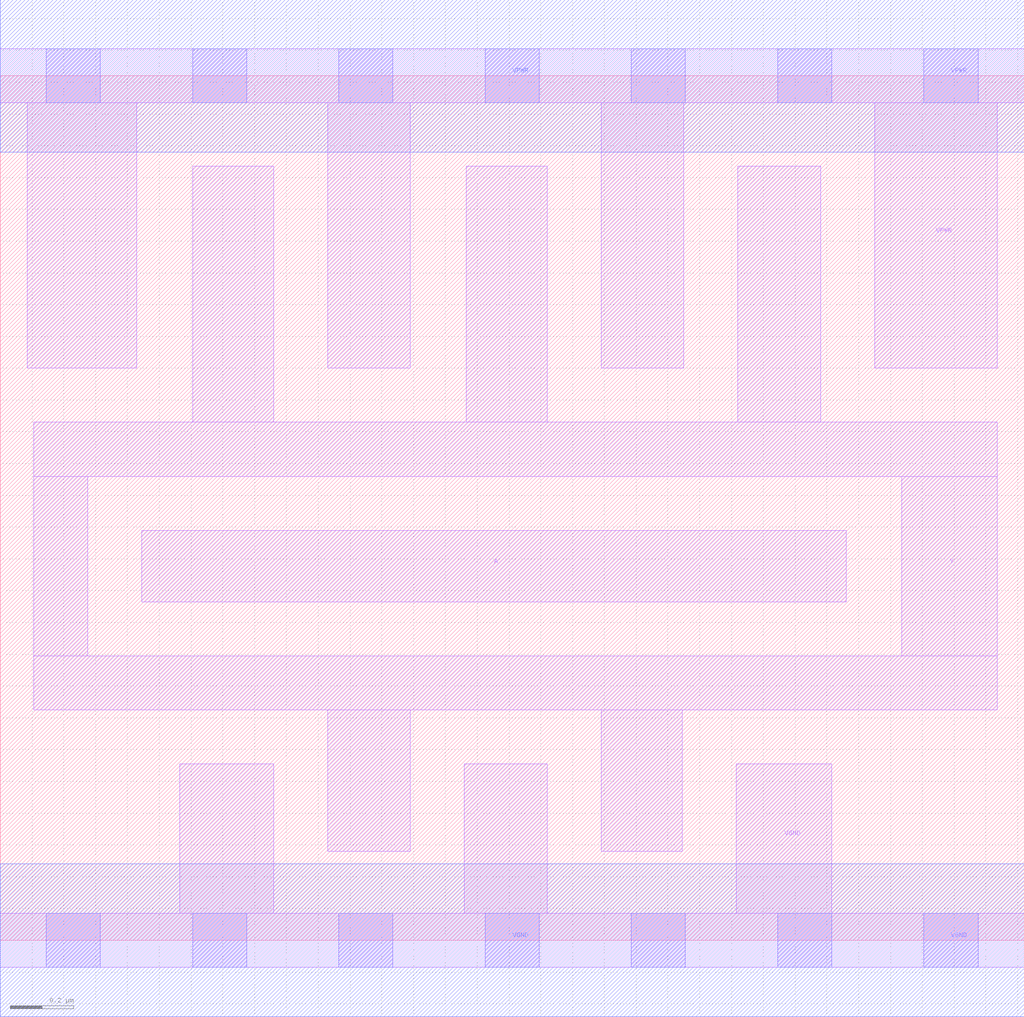
<source format=lef>
# Copyright 2020 The SkyWater PDK Authors
#
# Licensed under the Apache License, Version 2.0 (the "License");
# you may not use this file except in compliance with the License.
# You may obtain a copy of the License at
#
#     https://www.apache.org/licenses/LICENSE-2.0
#
# Unless required by applicable law or agreed to in writing, software
# distributed under the License is distributed on an "AS IS" BASIS,
# WITHOUT WARRANTIES OR CONDITIONS OF ANY KIND, either express or implied.
# See the License for the specific language governing permissions and
# limitations under the License.
#
# SPDX-License-Identifier: Apache-2.0

VERSION 5.7 ;
  NAMESCASESENSITIVE ON ;
  NOWIREEXTENSIONATPIN ON ;
  DIVIDERCHAR "/" ;
  BUSBITCHARS "[]" ;
UNITS
  DATABASE MICRONS 200 ;
END UNITS
MACRO sky130_fd_sc_hd__clkinv_4
  CLASS CORE ;
  SOURCE USER ;
  FOREIGN sky130_fd_sc_hd__clkinv_4 ;
  ORIGIN  0.000000  0.000000 ;
  SIZE  3.220000 BY  2.720000 ;
  SYMMETRY X Y R90 ;
  SITE unithd ;
  PIN A
    ANTENNAGATEAREA  1.152000 ;
    DIRECTION INPUT ;
    USE SIGNAL ;
    PORT
      LAYER li1 ;
        RECT 0.445000 1.065000 2.660000 1.290000 ;
    END
  END A
  PIN Y
    ANTENNADIFFAREA  1.075200 ;
    DIRECTION OUTPUT ;
    USE SIGNAL ;
    PORT
      LAYER li1 ;
        RECT 0.105000 0.725000 3.135000 0.895000 ;
        RECT 0.105000 0.895000 0.275000 1.460000 ;
        RECT 0.105000 1.460000 3.135000 1.630000 ;
        RECT 0.605000 1.630000 0.860000 2.435000 ;
        RECT 1.030000 0.280000 1.290000 0.725000 ;
        RECT 1.465000 1.630000 1.720000 2.435000 ;
        RECT 1.890000 0.280000 2.145000 0.725000 ;
        RECT 2.320000 1.630000 2.580000 2.435000 ;
        RECT 2.835000 0.895000 3.135000 1.460000 ;
    END
  END Y
  PIN VGND
    DIRECTION INOUT ;
    SHAPE ABUTMENT ;
    USE GROUND ;
    PORT
      LAYER li1 ;
        RECT 0.000000 -0.085000 3.220000 0.085000 ;
        RECT 0.565000  0.085000 0.860000 0.555000 ;
        RECT 1.460000  0.085000 1.720000 0.555000 ;
        RECT 2.315000  0.085000 2.615000 0.555000 ;
      LAYER mcon ;
        RECT 0.145000 -0.085000 0.315000 0.085000 ;
        RECT 0.605000 -0.085000 0.775000 0.085000 ;
        RECT 1.065000 -0.085000 1.235000 0.085000 ;
        RECT 1.525000 -0.085000 1.695000 0.085000 ;
        RECT 1.985000 -0.085000 2.155000 0.085000 ;
        RECT 2.445000 -0.085000 2.615000 0.085000 ;
        RECT 2.905000 -0.085000 3.075000 0.085000 ;
      LAYER met1 ;
        RECT 0.000000 -0.240000 3.220000 0.240000 ;
    END
  END VGND
  PIN VPWR
    DIRECTION INOUT ;
    SHAPE ABUTMENT ;
    USE POWER ;
    PORT
      LAYER li1 ;
        RECT 0.000000 2.635000 3.220000 2.805000 ;
        RECT 0.085000 1.800000 0.430000 2.635000 ;
        RECT 1.030000 1.800000 1.290000 2.635000 ;
        RECT 1.890000 1.800000 2.150000 2.635000 ;
        RECT 2.750000 1.800000 3.135000 2.635000 ;
      LAYER mcon ;
        RECT 0.145000 2.635000 0.315000 2.805000 ;
        RECT 0.605000 2.635000 0.775000 2.805000 ;
        RECT 1.065000 2.635000 1.235000 2.805000 ;
        RECT 1.525000 2.635000 1.695000 2.805000 ;
        RECT 1.985000 2.635000 2.155000 2.805000 ;
        RECT 2.445000 2.635000 2.615000 2.805000 ;
        RECT 2.905000 2.635000 3.075000 2.805000 ;
      LAYER met1 ;
        RECT 0.000000 2.480000 3.220000 2.960000 ;
    END
  END VPWR
END sky130_fd_sc_hd__clkinv_4

</source>
